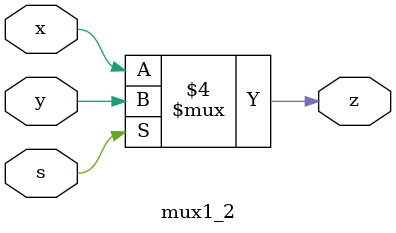
<source format=v>
module mux1_2 (x,y,s,z);
input x,y,s;
output reg z;

always @(*)
begin
z = x;
if (s == 1)
z = y;
end

endmodule
</source>
